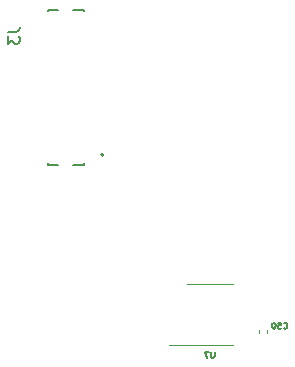
<source format=gbo>
%TF.GenerationSoftware,KiCad,Pcbnew,(6.0.1)*%
%TF.CreationDate,2022-04-26T10:15:21+02:00*%
%TF.ProjectId,XCOMMS_RF,58434f4d-4d53-45f5-9246-2e6b69636164,rev?*%
%TF.SameCoordinates,PX7ed6b40PY82a7440*%
%TF.FileFunction,Legend,Bot*%
%TF.FilePolarity,Positive*%
%FSLAX46Y46*%
G04 Gerber Fmt 4.6, Leading zero omitted, Abs format (unit mm)*
G04 Created by KiCad (PCBNEW (6.0.1)) date 2022-04-26 10:15:21*
%MOMM*%
%LPD*%
G01*
G04 APERTURE LIST*
%ADD10C,0.150000*%
%ADD11C,0.127000*%
%ADD12C,0.200000*%
%ADD13C,0.120000*%
G04 APERTURE END LIST*
D10*
%TO.C,J3*%
X2592380Y37198345D02*
X3306666Y37198345D01*
X3449523Y37245964D01*
X3544761Y37341202D01*
X3592380Y37484059D01*
X3592380Y37579297D01*
X2592380Y36817392D02*
X2592380Y36198345D01*
X2973333Y36531678D01*
X2973333Y36388821D01*
X3020952Y36293583D01*
X3068571Y36245964D01*
X3163809Y36198345D01*
X3401904Y36198345D01*
X3497142Y36245964D01*
X3544761Y36293583D01*
X3592380Y36388821D01*
X3592380Y36674535D01*
X3544761Y36769773D01*
X3497142Y36817392D01*
D11*
%TO.C,C50*%
X25926571Y12118572D02*
X25950761Y12094381D01*
X26023333Y12070191D01*
X26071714Y12070191D01*
X26144285Y12094381D01*
X26192666Y12142762D01*
X26216857Y12191143D01*
X26241047Y12287905D01*
X26241047Y12360477D01*
X26216857Y12457239D01*
X26192666Y12505620D01*
X26144285Y12554000D01*
X26071714Y12578191D01*
X26023333Y12578191D01*
X25950761Y12554000D01*
X25926571Y12529810D01*
X25466952Y12578191D02*
X25708857Y12578191D01*
X25733047Y12336286D01*
X25708857Y12360477D01*
X25660476Y12384667D01*
X25539523Y12384667D01*
X25491142Y12360477D01*
X25466952Y12336286D01*
X25442761Y12287905D01*
X25442761Y12166953D01*
X25466952Y12118572D01*
X25491142Y12094381D01*
X25539523Y12070191D01*
X25660476Y12070191D01*
X25708857Y12094381D01*
X25733047Y12118572D01*
X25128285Y12578191D02*
X25079904Y12578191D01*
X25031523Y12554000D01*
X25007333Y12529810D01*
X24983142Y12481429D01*
X24958952Y12384667D01*
X24958952Y12263715D01*
X24983142Y12166953D01*
X25007333Y12118572D01*
X25031523Y12094381D01*
X25079904Y12070191D01*
X25128285Y12070191D01*
X25176666Y12094381D01*
X25200857Y12118572D01*
X25225047Y12166953D01*
X25249238Y12263715D01*
X25249238Y12384667D01*
X25225047Y12481429D01*
X25200857Y12529810D01*
X25176666Y12554000D01*
X25128285Y12578191D01*
%TO.C,U7*%
X20087049Y10128191D02*
X20087049Y9716953D01*
X20062859Y9668572D01*
X20038668Y9644381D01*
X19990287Y9620191D01*
X19893525Y9620191D01*
X19845144Y9644381D01*
X19820954Y9668572D01*
X19796763Y9716953D01*
X19796763Y10128191D01*
X19603240Y10128191D02*
X19264573Y10128191D01*
X19482287Y9620191D01*
D12*
%TO.C,J3*%
X9025000Y25960011D02*
X9025000Y26065011D01*
X9025000Y39040011D02*
X8135000Y39040011D01*
X5975000Y25960011D02*
X6865000Y25960011D01*
X5975000Y39040011D02*
X6865000Y39040011D01*
X5975000Y25960011D02*
X5975000Y26065011D01*
X5975000Y39040011D02*
X5975000Y38935011D01*
X9025000Y39040011D02*
X9025000Y38935011D01*
X9025000Y25960011D02*
X8135000Y25960011D01*
X10675000Y26785011D02*
G75*
G03*
X10675000Y26785011I-100000J0D01*
G01*
D13*
%TO.C,C50*%
X24560000Y11907836D02*
X24560000Y11692164D01*
X23840000Y11907836D02*
X23840000Y11692164D01*
%TO.C,U7*%
X19700001Y10689999D02*
X21650001Y10689999D01*
X19700001Y10689999D02*
X16250001Y10689999D01*
X19700001Y15809999D02*
X17750001Y15809999D01*
X19700001Y15809999D02*
X21650001Y15809999D01*
%TD*%
M02*

</source>
